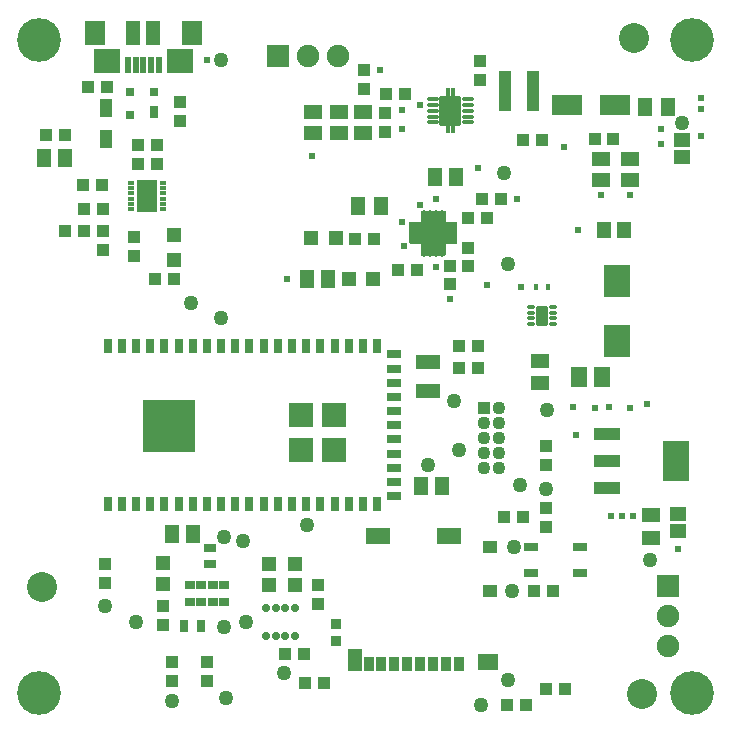
<source format=gts>
G04*
G04 #@! TF.GenerationSoftware,Altium Limited,Altium Designer,21.9.2 (33)*
G04*
G04 Layer_Color=8388736*
%FSLAX25Y25*%
%MOIN*%
G70*
G04*
G04 #@! TF.SameCoordinates,C603DD54-685B-4B9A-A4C2-A7D413009CF4*
G04*
G04*
G04 #@! TF.FilePolarity,Negative*
G04*
G01*
G75*
%ADD39C,0.05000*%
%ADD56R,0.04940X0.05733*%
%ADD57R,0.01772X0.02362*%
%ADD73R,0.09061X0.11030*%
%ADD74R,0.08865X0.13195*%
%ADD75R,0.08865X0.04140*%
%ADD76R,0.08874X0.08874*%
%ADD77R,0.08274X0.08274*%
%ADD78R,0.05124X0.03156*%
%ADD79R,0.03156X0.05124*%
%ADD80O,0.01654X0.03898*%
%ADD81O,0.03898X0.01654*%
%ADD82R,0.07244X0.07244*%
%ADD83R,0.05715X0.06502*%
%ADD84R,0.05912X0.04534*%
%ADD85R,0.03943X0.04337*%
%ADD86R,0.03943X0.03156*%
%ADD87R,0.04534X0.02959*%
G04:AMPARAMS|DCode=88|XSize=23.68mil|YSize=23.68mil|CornerRadius=4.46mil|HoleSize=0mil|Usage=FLASHONLY|Rotation=270.000|XOffset=0mil|YOffset=0mil|HoleType=Round|Shape=RoundedRectangle|*
%AMROUNDEDRECTD88*
21,1,0.02368,0.01476,0,0,270.0*
21,1,0.01476,0.02368,0,0,270.0*
1,1,0.00892,-0.00738,-0.00738*
1,1,0.00892,-0.00738,0.00738*
1,1,0.00892,0.00738,0.00738*
1,1,0.00892,0.00738,-0.00738*
%
%ADD88ROUNDEDRECTD88*%
%ADD89R,0.03156X0.02762*%
%ADD90R,0.03156X0.04337*%
%ADD91R,0.04337X0.05912*%
%ADD92R,0.07880X0.05715*%
%ADD93R,0.05124X0.04337*%
%ADD94R,0.06502X0.05715*%
%ADD95R,0.03747X0.04731*%
%ADD96R,0.03353X0.04731*%
%ADD97R,0.05006X0.07487*%
%ADD98R,0.05124X0.05124*%
%ADD99R,0.05124X0.05124*%
%ADD100R,0.03550X0.03550*%
%ADD101R,0.05124X0.07880*%
%ADD102R,0.06699X0.07880*%
%ADD103R,0.08668X0.08274*%
%ADD104R,0.01975X0.05715*%
%ADD105C,0.10000*%
G04:AMPARAMS|DCode=106|XSize=13.84mil|YSize=23.68mil|CornerRadius=3.97mil|HoleSize=0mil|Usage=FLASHONLY|Rotation=90.000|XOffset=0mil|YOffset=0mil|HoleType=Round|Shape=RoundedRectangle|*
%AMROUNDEDRECTD106*
21,1,0.01384,0.01575,0,0,90.0*
21,1,0.00591,0.02368,0,0,90.0*
1,1,0.00794,0.00787,0.00295*
1,1,0.00794,0.00787,-0.00295*
1,1,0.00794,-0.00787,-0.00295*
1,1,0.00794,-0.00787,0.00295*
%
%ADD106ROUNDEDRECTD106*%
G04:AMPARAMS|DCode=107|XSize=39.43mil|YSize=66.99mil|CornerRadius=3.95mil|HoleSize=0mil|Usage=FLASHONLY|Rotation=0.000|XOffset=0mil|YOffset=0mil|HoleType=Round|Shape=RoundedRectangle|*
%AMROUNDEDRECTD107*
21,1,0.03943,0.05909,0,0,0.0*
21,1,0.03154,0.06699,0,0,0.0*
1,1,0.00790,0.01577,-0.02955*
1,1,0.00790,-0.01577,-0.02955*
1,1,0.00790,-0.01577,0.02955*
1,1,0.00790,0.01577,0.02955*
%
%ADD107ROUNDEDRECTD107*%
G04:AMPARAMS|DCode=108|XSize=70.47mil|YSize=100mil|CornerRadius=4.71mil|HoleSize=0mil|Usage=FLASHONLY|Rotation=0.000|XOffset=0mil|YOffset=0mil|HoleType=Round|Shape=RoundedRectangle|*
%AMROUNDEDRECTD108*
21,1,0.07047,0.09059,0,0,0.0*
21,1,0.06106,0.10000,0,0,0.0*
1,1,0.00941,0.03053,-0.04530*
1,1,0.00941,-0.03053,-0.04530*
1,1,0.00941,-0.03053,0.04530*
1,1,0.00941,0.03053,0.04530*
%
%ADD108ROUNDEDRECTD108*%
G04:AMPARAMS|DCode=109|XSize=16.54mil|YSize=38.98mil|CornerRadius=4.74mil|HoleSize=0mil|Usage=FLASHONLY|Rotation=90.000|XOffset=0mil|YOffset=0mil|HoleType=Round|Shape=RoundedRectangle|*
%AMROUNDEDRECTD109*
21,1,0.01654,0.02950,0,0,90.0*
21,1,0.00706,0.03898,0,0,90.0*
1,1,0.00948,0.01475,0.00353*
1,1,0.00948,0.01475,-0.00353*
1,1,0.00948,-0.01475,-0.00353*
1,1,0.00948,-0.01475,0.00353*
%
%ADD109ROUNDEDRECTD109*%
%ADD110R,0.10243X0.07093*%
%ADD111R,0.01975X0.01384*%
%ADD112R,0.07102X0.10646*%
%ADD113R,0.04258X0.13786*%
%ADD114R,0.05518X0.04534*%
%ADD115R,0.04928X0.06109*%
%ADD116R,0.04337X0.03943*%
%ADD117R,0.04731X0.04731*%
%ADD118R,0.03235X0.02762*%
%ADD119R,0.07880X0.04731*%
%ADD120R,0.06109X0.04928*%
%ADD121R,0.04534X0.05912*%
%ADD122R,0.03156X0.03943*%
%ADD123R,0.01502X0.03156*%
%ADD124C,0.07487*%
%ADD125R,0.07487X0.07487*%
%ADD126C,0.04360*%
%ADD127R,0.04360X0.04360*%
%ADD128R,0.07487X0.07487*%
%ADD129C,0.14573*%
%ADD130C,0.02520*%
%ADD131C,0.02368*%
%ADD132C,0.02400*%
G36*
X144783Y169587D02*
Y166000D01*
X148374D01*
Y158815D01*
X144783D01*
Y155512D01*
X144201Y154929D01*
X136524D01*
Y158815D01*
X133238D01*
X132626Y159427D01*
Y165332D01*
Y166000D01*
X136524D01*
Y169639D01*
X136576Y169691D01*
X144679D01*
X144783Y169587D01*
D02*
G37*
D39*
X212988Y53523D02*
D03*
X165599Y152216D02*
D03*
X69860Y134000D02*
D03*
X69917Y220192D02*
D03*
X59886Y139000D02*
D03*
X164100Y182481D02*
D03*
X165480Y13342D02*
D03*
X166763Y43118D02*
D03*
X53522Y6500D02*
D03*
X31037Y38135D02*
D03*
X71486Y7562D02*
D03*
X156632Y5082D02*
D03*
X138738Y85225D02*
D03*
X149211Y90215D02*
D03*
X147400Y106500D02*
D03*
X169500Y78500D02*
D03*
X178000Y77086D02*
D03*
X70828Y61099D02*
D03*
X70670Y31000D02*
D03*
X90727Y15790D02*
D03*
X77230Y59896D02*
D03*
X78300Y32701D02*
D03*
X98332Y65115D02*
D03*
X41439Y32913D02*
D03*
X167378Y57685D02*
D03*
X178427Y103396D02*
D03*
X223454Y199030D02*
D03*
D56*
X203996Y163380D02*
D03*
X197494D02*
D03*
D57*
X178695Y144534D02*
D03*
X174955D02*
D03*
D73*
X201873Y126523D02*
D03*
Y146602D02*
D03*
D74*
X221417Y86500D02*
D03*
D75*
X198583Y77445D02*
D03*
Y86500D02*
D03*
Y95555D02*
D03*
D76*
X48108Y102538D02*
D03*
X56840D02*
D03*
X48108Y93947D02*
D03*
X56840D02*
D03*
D77*
X96360Y101727D02*
D03*
X107600D02*
D03*
X96360Y90215D02*
D03*
X107600D02*
D03*
D78*
X127502Y79512D02*
D03*
Y122031D02*
D03*
Y117307D02*
D03*
Y112583D02*
D03*
Y107858D02*
D03*
Y103134D02*
D03*
Y98409D02*
D03*
Y93685D02*
D03*
Y88961D02*
D03*
Y84236D02*
D03*
Y74787D02*
D03*
D79*
X32065Y124803D02*
D03*
X36789D02*
D03*
X41514D02*
D03*
X46238D02*
D03*
X50963D02*
D03*
X55687D02*
D03*
X60411D02*
D03*
X65136D02*
D03*
X69860D02*
D03*
X74585D02*
D03*
X79309D02*
D03*
X84034D02*
D03*
X88758D02*
D03*
X93482D02*
D03*
X98207D02*
D03*
X102931D02*
D03*
X107656D02*
D03*
X112380D02*
D03*
X117104D02*
D03*
X121829D02*
D03*
Y72047D02*
D03*
X117104D02*
D03*
X112380D02*
D03*
X107656D02*
D03*
X102931D02*
D03*
X98207D02*
D03*
X93482D02*
D03*
X88758D02*
D03*
X84034D02*
D03*
X79309D02*
D03*
X74585D02*
D03*
X69860D02*
D03*
X65136D02*
D03*
X60411D02*
D03*
X55687D02*
D03*
X50963D02*
D03*
X46238D02*
D03*
X41514D02*
D03*
X36789D02*
D03*
X32065D02*
D03*
D80*
X143453Y168187D02*
D03*
X141484D02*
D03*
X139516D02*
D03*
X137547D02*
D03*
Y156572D02*
D03*
X139516D02*
D03*
X141484D02*
D03*
X143453D02*
D03*
D81*
X134693Y165332D02*
D03*
Y163364D02*
D03*
Y161395D02*
D03*
Y159427D02*
D03*
X146307D02*
D03*
Y161395D02*
D03*
Y163364D02*
D03*
Y165332D02*
D03*
D82*
X140500Y162380D02*
D03*
D83*
X196887Y114547D02*
D03*
X189209D02*
D03*
D84*
X176139Y119947D02*
D03*
Y112466D02*
D03*
X213000Y68440D02*
D03*
Y60960D02*
D03*
D85*
X97556Y22236D02*
D03*
X91257D02*
D03*
X31754Y211200D02*
D03*
X25454D02*
D03*
X17913Y195100D02*
D03*
X11613D02*
D03*
X30000Y178600D02*
D03*
X23701D02*
D03*
X30507Y170371D02*
D03*
X24208D02*
D03*
X170500Y67800D02*
D03*
X164201D02*
D03*
X149167Y117500D02*
D03*
X155466D02*
D03*
X149167Y124803D02*
D03*
X155466D02*
D03*
X178197Y10515D02*
D03*
X184496D02*
D03*
X54250Y147100D02*
D03*
X47950D02*
D03*
X17800Y163150D02*
D03*
X24099D02*
D03*
X156804Y173914D02*
D03*
X163103D02*
D03*
X104046Y12529D02*
D03*
X97747D02*
D03*
X171599Y5082D02*
D03*
X165300D02*
D03*
X174139Y43000D02*
D03*
X180438D02*
D03*
X194350Y193811D02*
D03*
X200650D02*
D03*
X176815Y193460D02*
D03*
X170516D02*
D03*
X131000Y208793D02*
D03*
X124701D02*
D03*
X135067Y150000D02*
D03*
X128768D02*
D03*
X120740Y160581D02*
D03*
X114441D02*
D03*
X158615Y167547D02*
D03*
X152316D02*
D03*
D86*
X66297Y57555D02*
D03*
Y52043D02*
D03*
D87*
X189339Y57665D02*
D03*
X173000D02*
D03*
Y49200D02*
D03*
X189339D02*
D03*
D88*
X94407Y37461D02*
D03*
X91257D02*
D03*
X88108D02*
D03*
X84879D02*
D03*
X84958Y28012D02*
D03*
X88108D02*
D03*
X91257D02*
D03*
X94407D02*
D03*
D89*
X39451Y201913D02*
D03*
X47325Y209393D02*
D03*
X39451D02*
D03*
D90*
X47325Y202700D02*
D03*
D91*
X31500Y193764D02*
D03*
Y204000D02*
D03*
D92*
X122301Y61523D02*
D03*
X145805D02*
D03*
D93*
X159585Y43118D02*
D03*
Y57685D02*
D03*
D94*
X158896Y19397D02*
D03*
D95*
X149211Y18905D02*
D03*
X144880D02*
D03*
X140549D02*
D03*
X136219D02*
D03*
X131888D02*
D03*
X127557D02*
D03*
X123226D02*
D03*
D96*
X119093D02*
D03*
D97*
X114329Y20283D02*
D03*
D98*
X108071Y160778D02*
D03*
X99804D02*
D03*
X120652Y147200D02*
D03*
X112385D02*
D03*
D99*
X54250Y161836D02*
D03*
Y153568D02*
D03*
D100*
X108145Y26347D02*
D03*
Y32253D02*
D03*
D101*
X47305Y229000D02*
D03*
X40612D02*
D03*
D102*
X60100D02*
D03*
X27817D02*
D03*
D103*
X56163Y219748D02*
D03*
X31754D02*
D03*
D104*
X49076Y218468D02*
D03*
X46517D02*
D03*
X43958D02*
D03*
X41399D02*
D03*
X38840D02*
D03*
D105*
X10000Y44420D02*
D03*
X207500Y227500D02*
D03*
X210000Y8800D02*
D03*
D106*
X173125Y137931D02*
D03*
Y135962D02*
D03*
Y133994D02*
D03*
Y132026D02*
D03*
X180605D02*
D03*
Y133994D02*
D03*
Y135962D02*
D03*
Y137931D02*
D03*
D107*
X176865Y134978D02*
D03*
D108*
X146307Y203286D02*
D03*
D109*
X140500Y207223D02*
D03*
Y205254D02*
D03*
Y203286D02*
D03*
Y201317D02*
D03*
Y199349D02*
D03*
X152114D02*
D03*
Y201317D02*
D03*
Y203286D02*
D03*
Y205254D02*
D03*
Y207223D02*
D03*
D110*
X201000Y205035D02*
D03*
X185252D02*
D03*
D111*
X39785Y179229D02*
D03*
Y177457D02*
D03*
Y175686D02*
D03*
Y173914D02*
D03*
Y172143D02*
D03*
Y170371D02*
D03*
X50415D02*
D03*
Y172143D02*
D03*
Y173914D02*
D03*
Y175686D02*
D03*
Y177457D02*
D03*
Y179229D02*
D03*
D112*
X45100Y174800D02*
D03*
D113*
X164335Y209799D02*
D03*
X173665D02*
D03*
D114*
X222300Y68700D02*
D03*
Y62991D02*
D03*
X223454Y193460D02*
D03*
Y187752D02*
D03*
D115*
X148315Y181190D02*
D03*
X141228D02*
D03*
X17800Y187400D02*
D03*
X10713D02*
D03*
X60411Y62086D02*
D03*
X53325D02*
D03*
X136457Y78000D02*
D03*
X143543D02*
D03*
X105543Y147100D02*
D03*
X98457D02*
D03*
D116*
X152316Y157628D02*
D03*
Y151329D02*
D03*
X42015Y191779D02*
D03*
Y185479D02*
D03*
X48515D02*
D03*
Y191779D02*
D03*
X40966Y161271D02*
D03*
Y154972D02*
D03*
X56163Y199803D02*
D03*
Y206103D02*
D03*
X124463Y196216D02*
D03*
Y202516D02*
D03*
X156000Y219750D02*
D03*
Y213450D02*
D03*
X117590Y216806D02*
D03*
Y210506D02*
D03*
X30500Y163150D02*
D03*
Y156850D02*
D03*
X53522Y13196D02*
D03*
Y19496D02*
D03*
X31037Y45980D02*
D03*
Y52280D02*
D03*
X65136Y13196D02*
D03*
Y19496D02*
D03*
X178000Y85225D02*
D03*
Y91524D02*
D03*
Y64490D02*
D03*
Y70789D02*
D03*
X146307Y145350D02*
D03*
Y151650D02*
D03*
X50400Y31836D02*
D03*
Y38135D02*
D03*
X102182Y38787D02*
D03*
Y45086D02*
D03*
D117*
X50400Y45400D02*
D03*
Y52487D02*
D03*
X85682Y52280D02*
D03*
Y45193D02*
D03*
X94382Y52280D02*
D03*
Y45193D02*
D03*
D118*
X70828Y45156D02*
D03*
X67010D02*
D03*
X63191D02*
D03*
X59372D02*
D03*
Y39644D02*
D03*
X63191D02*
D03*
X67010D02*
D03*
X70828D02*
D03*
D119*
X138738Y119500D02*
D03*
Y109658D02*
D03*
D120*
X100500Y195732D02*
D03*
Y202819D02*
D03*
X109000Y195765D02*
D03*
Y202852D02*
D03*
X117254Y195765D02*
D03*
Y202852D02*
D03*
X196500Y187100D02*
D03*
Y180013D02*
D03*
X206000Y187143D02*
D03*
Y180057D02*
D03*
D121*
X218740Y204600D02*
D03*
X211260D02*
D03*
X123044Y171510D02*
D03*
X115564D02*
D03*
D122*
X57625Y31443D02*
D03*
X63136D02*
D03*
D123*
X145323Y209388D02*
D03*
X147291D02*
D03*
Y197184D02*
D03*
X145323D02*
D03*
D124*
X218700Y24800D02*
D03*
Y34800D02*
D03*
X108758Y221509D02*
D03*
X98758D02*
D03*
D125*
X218700Y44800D02*
D03*
D126*
X162500Y84000D02*
D03*
X157500D02*
D03*
Y94000D02*
D03*
Y89000D02*
D03*
X162500Y94000D02*
D03*
Y89000D02*
D03*
Y99000D02*
D03*
Y104000D02*
D03*
X157500Y99000D02*
D03*
D127*
Y104000D02*
D03*
D128*
X88758Y221509D02*
D03*
D129*
X9252Y9252D02*
D03*
X226969D02*
D03*
X9252Y226969D02*
D03*
X226969D02*
D03*
D130*
X176865Y136553D02*
D03*
Y133404D02*
D03*
D131*
X146307Y203286D02*
D03*
X148276Y206239D02*
D03*
X144339D02*
D03*
Y200333D02*
D03*
X148276D02*
D03*
X47069Y178343D02*
D03*
Y174800D02*
D03*
Y171257D02*
D03*
X43132D02*
D03*
Y174800D02*
D03*
Y178343D02*
D03*
D132*
X207101Y68262D02*
D03*
X203451Y68242D02*
D03*
X199760Y68303D02*
D03*
X229789Y207632D02*
D03*
X216436Y192106D02*
D03*
X216480Y197172D02*
D03*
X229866Y194970D02*
D03*
X188908Y163526D02*
D03*
X169719Y144534D02*
D03*
X229673Y203851D02*
D03*
X141466Y173896D02*
D03*
X187014Y104369D02*
D03*
X199234Y104327D02*
D03*
X206000Y104205D02*
D03*
X100310Y188015D02*
D03*
X64993Y220030D02*
D03*
X222300Y57099D02*
D03*
X188016Y95199D02*
D03*
X194641Y104291D02*
D03*
X211926Y105327D02*
D03*
X136042Y171946D02*
D03*
X155466Y184044D02*
D03*
X158500Y145000D02*
D03*
X136199Y205254D02*
D03*
X130136Y197014D02*
D03*
X168586Y173915D02*
D03*
X130136Y166000D02*
D03*
X146307Y140500D02*
D03*
X141484Y151150D02*
D03*
X91852Y147200D02*
D03*
X130666Y158121D02*
D03*
X122695Y216800D02*
D03*
X130136Y203606D02*
D03*
X206000Y175100D02*
D03*
X196500D02*
D03*
X184015Y191115D02*
D03*
M02*

</source>
